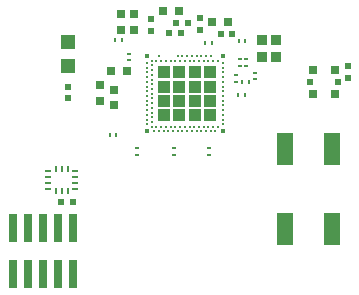
<source format=gtp>
G04*
G04 #@! TF.GenerationSoftware,Altium Limited,Altium Designer,24.0.1 (36)*
G04*
G04 Layer_Color=8421504*
%FSLAX24Y24*%
%MOIN*%
G70*
G04*
G04 #@! TF.SameCoordinates,E6425953-F81D-4A1B-B41F-9E3DC787EA87*
G04*
G04*
G04 #@! TF.FilePolarity,Positive*
G04*
G01*
G75*
G04:AMPARAMS|DCode=19|XSize=43.3mil|YSize=39.4mil|CornerRadius=3mil|HoleSize=0mil|Usage=FLASHONLY|Rotation=180.000|XOffset=0mil|YOffset=0mil|HoleType=Round|Shape=RoundedRectangle|*
%AMROUNDEDRECTD19*
21,1,0.0433,0.0335,0,0,180.0*
21,1,0.0374,0.0394,0,0,180.0*
1,1,0.0059,-0.0187,0.0167*
1,1,0.0059,0.0187,0.0167*
1,1,0.0059,0.0187,-0.0167*
1,1,0.0059,-0.0187,-0.0167*
%
%ADD19ROUNDEDRECTD19*%
%ADD20R,0.0299X0.0945*%
%ADD21R,0.0098X0.0187*%
%ADD22R,0.0187X0.0098*%
%ADD23R,0.0512X0.0472*%
%ADD24R,0.0236X0.0197*%
%ADD25R,0.0228X0.0197*%
%ADD26R,0.0315X0.0295*%
%ADD27R,0.0197X0.0236*%
%ADD28R,0.0551X0.1083*%
%ADD29R,0.0217X0.0236*%
%ADD30R,0.0106X0.0118*%
%ADD31R,0.0335X0.0374*%
%ADD32C,0.0098*%
%ADD33R,0.0118X0.0106*%
%ADD34R,0.0315X0.0295*%
%ADD35R,0.0295X0.0315*%
%ADD36C,0.0167*%
D19*
X7697Y7047D02*
D03*
X7185D02*
D03*
X6673D02*
D03*
X6161D02*
D03*
Y7520D02*
D03*
X6673D02*
D03*
X7185D02*
D03*
X7697D02*
D03*
X6161Y7992D02*
D03*
X6673D02*
D03*
X7185D02*
D03*
X7697D02*
D03*
X6161Y8465D02*
D03*
X6673D02*
D03*
X7185D02*
D03*
X7697D02*
D03*
D20*
X1126Y3287D02*
D03*
X1626D02*
D03*
X2126D02*
D03*
X2626D02*
D03*
X3126D02*
D03*
X1126Y1752D02*
D03*
X1626D02*
D03*
X2126D02*
D03*
X2626D02*
D03*
X3126D02*
D03*
D21*
X2549Y5246D02*
D03*
X2746D02*
D03*
X2943D02*
D03*
Y4528D02*
D03*
X2746D02*
D03*
X2549D02*
D03*
D22*
X3204Y5182D02*
D03*
Y4985D02*
D03*
Y4788D02*
D03*
Y4592D02*
D03*
X2288D02*
D03*
Y4788D02*
D03*
Y4985D02*
D03*
Y5182D02*
D03*
D23*
X2963Y8691D02*
D03*
Y9478D02*
D03*
D24*
X3110Y4134D02*
D03*
X2717D02*
D03*
X6949Y10100D02*
D03*
X6555D02*
D03*
X6732Y9766D02*
D03*
X6339D02*
D03*
X8435Y9744D02*
D03*
X8041D02*
D03*
D25*
X11953Y8150D02*
D03*
X11039D02*
D03*
D26*
X11870Y7746D02*
D03*
Y8553D02*
D03*
X11122D02*
D03*
Y7746D02*
D03*
D27*
X12293Y8278D02*
D03*
Y8671D02*
D03*
X5728Y10246D02*
D03*
Y9852D02*
D03*
X7352Y10266D02*
D03*
Y9872D02*
D03*
D28*
X11772Y5896D02*
D03*
X10197D02*
D03*
X11772Y3238D02*
D03*
X10197D02*
D03*
D29*
X2943Y7992D02*
D03*
Y7598D02*
D03*
D30*
X4758Y9537D02*
D03*
X4533D02*
D03*
X8756Y8150D02*
D03*
X8980D02*
D03*
X8852Y7707D02*
D03*
X8628D02*
D03*
X4346Y6388D02*
D03*
X4571D02*
D03*
X7757Y9449D02*
D03*
X7533D02*
D03*
X8872Y9518D02*
D03*
X8648D02*
D03*
D31*
X9882Y9559D02*
D03*
X9429Y8988D02*
D03*
X9882D02*
D03*
X9429Y9559D02*
D03*
D32*
X5906Y8858D02*
D03*
X5748D02*
D03*
X5591Y7992D02*
D03*
Y7835D02*
D03*
Y7520D02*
D03*
Y7362D02*
D03*
X5748Y7598D02*
D03*
Y7441D02*
D03*
Y7283D02*
D03*
Y7126D02*
D03*
Y6811D02*
D03*
X5591Y6732D02*
D03*
X5748Y6654D02*
D03*
X5906D02*
D03*
X6063D02*
D03*
X5984Y6496D02*
D03*
X6220Y6654D02*
D03*
X6378D02*
D03*
X6299Y6496D02*
D03*
X6535Y6654D02*
D03*
X6693D02*
D03*
X6614Y6496D02*
D03*
X6850Y6654D02*
D03*
X6772Y6496D02*
D03*
X7008Y6654D02*
D03*
X7165D02*
D03*
X7717Y6496D02*
D03*
X7795Y6654D02*
D03*
X7874Y6496D02*
D03*
X7953Y6654D02*
D03*
X8110Y7047D02*
D03*
Y7677D02*
D03*
X7480Y8858D02*
D03*
X7323D02*
D03*
X5748Y8071D02*
D03*
Y7913D02*
D03*
X5591Y7047D02*
D03*
X5748Y6969D02*
D03*
X7087Y6496D02*
D03*
X7323Y6654D02*
D03*
X7244Y6496D02*
D03*
X7480Y6654D02*
D03*
X7402Y6496D02*
D03*
X7638Y6654D02*
D03*
X8110Y7835D02*
D03*
X7165Y8858D02*
D03*
X7008D02*
D03*
X6929Y9016D02*
D03*
X6850Y8858D02*
D03*
X6693D02*
D03*
X8110Y7520D02*
D03*
Y7362D02*
D03*
Y8780D02*
D03*
X7953Y8858D02*
D03*
X7717Y9016D02*
D03*
X7559Y6496D02*
D03*
X6929D02*
D03*
X6457D02*
D03*
X6142D02*
D03*
X5827D02*
D03*
X5591Y6890D02*
D03*
X8110Y7205D02*
D03*
X5591D02*
D03*
Y7677D02*
D03*
X5748Y7756D02*
D03*
X8110Y7992D02*
D03*
Y8150D02*
D03*
X5591D02*
D03*
X5748Y8228D02*
D03*
X8110Y8307D02*
D03*
X5591D02*
D03*
X5748Y8386D02*
D03*
X8110Y8465D02*
D03*
X5591D02*
D03*
X5748Y8543D02*
D03*
X8110Y8622D02*
D03*
X5591D02*
D03*
X5748Y8701D02*
D03*
X5591Y8780D02*
D03*
X6535Y8858D02*
D03*
X6378D02*
D03*
X6220D02*
D03*
X6063D02*
D03*
X7559Y9016D02*
D03*
X7402D02*
D03*
X7244D02*
D03*
X7087D02*
D03*
X6772D02*
D03*
X6614D02*
D03*
X5984D02*
D03*
X7638Y8858D02*
D03*
X7795D02*
D03*
X8110Y6890D02*
D03*
Y6732D02*
D03*
D33*
X7657Y5724D02*
D03*
Y5949D02*
D03*
X6477D02*
D03*
Y5724D02*
D03*
X9203Y8234D02*
D03*
Y8459D02*
D03*
X5265Y5724D02*
D03*
Y5949D02*
D03*
X8898Y8911D02*
D03*
Y8687D02*
D03*
X5000Y9089D02*
D03*
Y8864D02*
D03*
X8681Y8687D02*
D03*
Y8911D02*
D03*
X8543Y8156D02*
D03*
Y8380D02*
D03*
D34*
X4488Y7362D02*
D03*
Y7894D02*
D03*
X5157Y10406D02*
D03*
Y9874D02*
D03*
X4026Y7520D02*
D03*
Y8051D02*
D03*
X4715Y9874D02*
D03*
Y10406D02*
D03*
D35*
X8287Y10148D02*
D03*
X7756D02*
D03*
X6132Y10502D02*
D03*
X6663D02*
D03*
X4911Y8504D02*
D03*
X4380D02*
D03*
D36*
X5591Y9016D02*
D03*
Y6496D02*
D03*
X8110D02*
D03*
Y9016D02*
D03*
M02*

</source>
